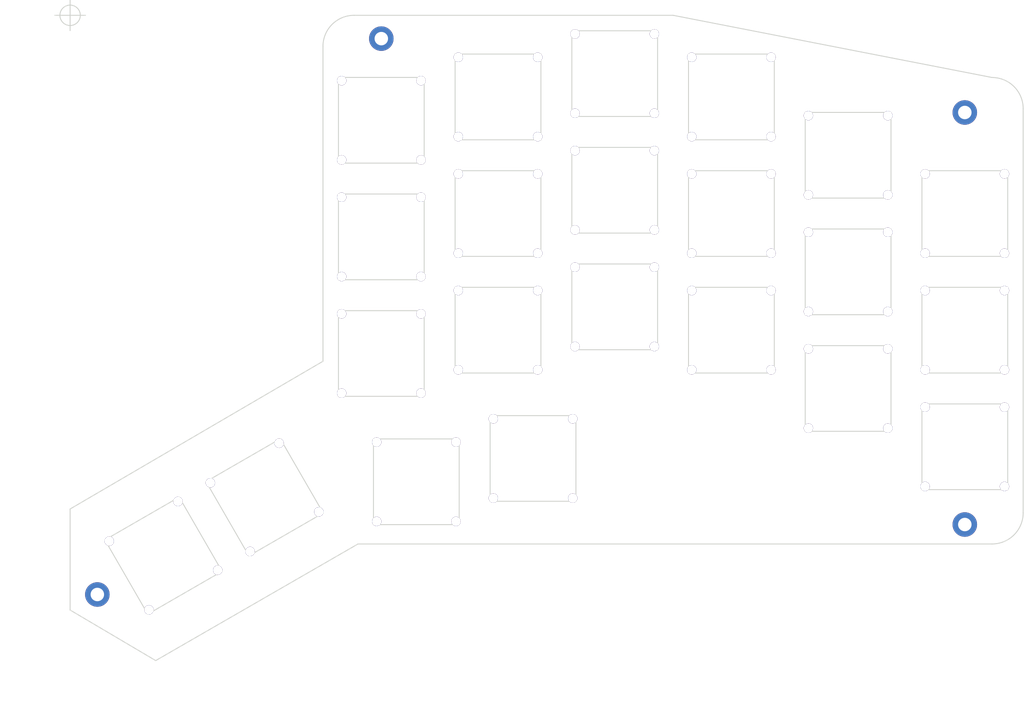
<source format=kicad_pcb>
(kicad_pcb (version 20171130) (host pcbnew 5.0.2-bee76a0~70~ubuntu18.04.1)

  (general
    (thickness 1.6)
    (drawings 15)
    (tracks 0)
    (zones 0)
    (modules 26)
    (nets 1)
  )

  (page A4)
  (layers
    (0 F.Cu signal)
    (31 B.Cu signal)
    (32 B.Adhes user)
    (33 F.Adhes user)
    (34 B.Paste user)
    (35 F.Paste user)
    (36 B.SilkS user)
    (37 F.SilkS user)
    (38 B.Mask user)
    (39 F.Mask user)
    (40 Dwgs.User user)
    (41 Cmts.User user)
    (42 Eco1.User user)
    (43 Eco2.User user)
    (44 Edge.Cuts user)
    (45 Margin user)
    (46 B.CrtYd user)
    (47 F.CrtYd user)
    (48 B.Fab user)
    (49 F.Fab user)
  )

  (setup
    (last_trace_width 0.25)
    (trace_clearance 0.2)
    (zone_clearance 0.508)
    (zone_45_only no)
    (trace_min 0.2)
    (segment_width 0.2)
    (edge_width 0.15)
    (via_size 0.8)
    (via_drill 0.4)
    (via_min_size 0.4)
    (via_min_drill 0.3)
    (uvia_size 0.3)
    (uvia_drill 0.1)
    (uvias_allowed no)
    (uvia_min_size 0.2)
    (uvia_min_drill 0.1)
    (pcb_text_width 0.3)
    (pcb_text_size 1.5 1.5)
    (mod_edge_width 0.15)
    (mod_text_size 1 1)
    (mod_text_width 0.15)
    (pad_size 4 4)
    (pad_drill 2.2)
    (pad_to_mask_clearance 0.051)
    (solder_mask_min_width 0.25)
    (aux_axis_origin 55.88 20.955)
    (grid_origin 55.88 20.955)
    (visible_elements FFFFF7FF)
    (pcbplotparams
      (layerselection 0x010fc_ffffffff)
      (usegerberextensions true)
      (usegerberattributes false)
      (usegerberadvancedattributes false)
      (creategerberjobfile false)
      (excludeedgelayer true)
      (linewidth 0.100000)
      (plotframeref false)
      (viasonmask false)
      (mode 1)
      (useauxorigin false)
      (hpglpennumber 1)
      (hpglpenspeed 20)
      (hpglpendiameter 15.000000)
      (psnegative false)
      (psa4output false)
      (plotreference true)
      (plotvalue true)
      (plotinvisibletext false)
      (padsonsilk false)
      (subtractmaskfromsilk false)
      (outputformat 1)
      (mirror false)
      (drillshape 0)
      (scaleselection 1)
      (outputdirectory "garber"))
  )

  (net 0 "")

  (net_class Default "これはデフォルトのネット クラスです。"
    (clearance 0.2)
    (trace_width 0.25)
    (via_dia 0.8)
    (via_drill 0.4)
    (uvia_dia 0.3)
    (uvia_drill 0.1)
  )

  (net_class POWER ""
    (clearance 0.2)
    (trace_width 0.4)
    (via_dia 0.8)
    (via_drill 0.4)
    (uvia_dia 0.3)
    (uvia_drill 0.1)
  )

  (module footprints:CherryMX_edge_cuts (layer F.Cu) (tedit 5D3889D4) (tstamp 5D38D239)
    (at 125.73 72.39 180)
    (path /5CED6AFE)
    (fp_text reference SW8 (at 7.1 8.2 180) (layer F.SilkS) hide
      (effects (font (size 1 1) (thickness 0.15)))
    )
    (fp_text value SW_PUSH (at -4.8 8.3 180) (layer F.Fab) hide
      (effects (font (size 1 1) (thickness 0.15)))
    )
    (fp_line (start 7 -7) (end 7 7) (layer Edge.Cuts) (width 0.15))
    (fp_line (start -7 -7) (end 7 -7) (layer Edge.Cuts) (width 0.15))
    (fp_line (start -7 7) (end 7 7) (layer Edge.Cuts) (width 0.15))
    (fp_line (start -7 -7) (end -7 7) (layer Edge.Cuts) (width 0.15))
    (fp_line (start -9.525 9.525) (end -9.525 -9.525) (layer Dwgs.User) (width 0.15))
    (fp_line (start 9.525 9.525) (end -9.525 9.525) (layer Dwgs.User) (width 0.15))
    (fp_line (start 9.525 -9.525) (end 9.525 9.525) (layer Dwgs.User) (width 0.15))
    (fp_line (start -9.525 -9.525) (end 9.525 -9.525) (layer Dwgs.User) (width 0.15))
    (pad "" np_thru_hole circle (at 6.477 -6.477 180) (size 1.524 1.524) (drill 1.5) (layers *.Cu *.Mask))
    (pad "" np_thru_hole circle (at -6.477 6.477 180) (size 1.524 1.524) (drill 1.5) (layers *.Cu *.Mask))
    (pad "" np_thru_hole circle (at 6.477 6.477 180) (size 1.524 1.524) (drill 1.5) (layers *.Cu *.Mask))
    (pad "" np_thru_hole circle (at -6.477 -6.477 180) (size 1.524 1.524) (drill 1.5) (layers *.Cu *.Mask))
  )

  (module footprints:CherryMX_edge_cuts (layer F.Cu) (tedit 5D3889D4) (tstamp 5CEED6CF)
    (at 71.12 109.22 120)
    (path /5CED66AF)
    (fp_text reference SW19 (at 7.1 8.2 120) (layer F.SilkS) hide
      (effects (font (size 1 1) (thickness 0.15)))
    )
    (fp_text value SW_PUSH (at -4.8 8.3 120) (layer F.Fab) hide
      (effects (font (size 1 1) (thickness 0.15)))
    )
    (fp_line (start 7 -7) (end 7 7) (layer Edge.Cuts) (width 0.15))
    (fp_line (start -7 -7) (end 7 -7) (layer Edge.Cuts) (width 0.15))
    (fp_line (start -7 7) (end 7 7) (layer Edge.Cuts) (width 0.15))
    (fp_line (start -7 -7) (end -7 7) (layer Edge.Cuts) (width 0.15))
    (fp_line (start -9.525 9.525) (end -9.525 -9.525) (layer Dwgs.User) (width 0.15))
    (fp_line (start 9.525 9.525) (end -9.525 9.525) (layer Dwgs.User) (width 0.15))
    (fp_line (start 9.525 -9.525) (end 9.525 9.525) (layer Dwgs.User) (width 0.15))
    (fp_line (start -9.525 -9.525) (end 9.525 -9.525) (layer Dwgs.User) (width 0.15))
    (pad "" np_thru_hole circle (at 6.477 -6.477 120) (size 1.524 1.524) (drill 1.5) (layers *.Cu *.Mask))
    (pad "" np_thru_hole circle (at -6.477 6.477 120) (size 1.524 1.524) (drill 1.5) (layers *.Cu *.Mask))
    (pad "" np_thru_hole circle (at 6.477 6.477 120) (size 1.524 1.524) (drill 1.5) (layers *.Cu *.Mask))
    (pad "" np_thru_hole circle (at -6.477 -6.477 120) (size 1.524 1.524) (drill 1.5) (layers *.Cu *.Mask))
  )

  (module footprints:CherryMX_edge_cuts (layer F.Cu) (tedit 5D3889D4) (tstamp 5CEED78A)
    (at 87.63 99.695 120)
    (path /5CED6B1A)
    (fp_text reference SW20 (at 7.1 8.2 120) (layer F.SilkS) hide
      (effects (font (size 1 1) (thickness 0.15)))
    )
    (fp_text value SW_PUSH (at -4.8 8.3 120) (layer F.Fab) hide
      (effects (font (size 1 1) (thickness 0.15)))
    )
    (fp_line (start 7 -7) (end 7 7) (layer Edge.Cuts) (width 0.15))
    (fp_line (start -7 -7) (end 7 -7) (layer Edge.Cuts) (width 0.15))
    (fp_line (start -7 7) (end 7 7) (layer Edge.Cuts) (width 0.15))
    (fp_line (start -7 -7) (end -7 7) (layer Edge.Cuts) (width 0.15))
    (fp_line (start -9.525 9.525) (end -9.525 -9.525) (layer Dwgs.User) (width 0.15))
    (fp_line (start 9.525 9.525) (end -9.525 9.525) (layer Dwgs.User) (width 0.15))
    (fp_line (start 9.525 -9.525) (end 9.525 9.525) (layer Dwgs.User) (width 0.15))
    (fp_line (start -9.525 -9.525) (end 9.525 -9.525) (layer Dwgs.User) (width 0.15))
    (pad "" np_thru_hole circle (at 6.477 -6.477 120) (size 1.524 1.524) (drill 1.5) (layers *.Cu *.Mask))
    (pad "" np_thru_hole circle (at -6.477 6.477 120) (size 1.524 1.524) (drill 1.5) (layers *.Cu *.Mask))
    (pad "" np_thru_hole circle (at 6.477 6.477 120) (size 1.524 1.524) (drill 1.5) (layers *.Cu *.Mask))
    (pad "" np_thru_hole circle (at -6.477 -6.477 120) (size 1.524 1.524) (drill 1.5) (layers *.Cu *.Mask))
  )

  (module footprints:CherryMX_edge_cuts (layer F.Cu) (tedit 5D3889D4) (tstamp 5CED9113)
    (at 163.83 72.39 180)
    (path /5CED7BE2)
    (fp_text reference SW16 (at 7.1 8.2 180) (layer F.SilkS) hide
      (effects (font (size 1 1) (thickness 0.15)))
    )
    (fp_text value SW_PUSH (at -4.8 8.3 180) (layer F.Fab) hide
      (effects (font (size 1 1) (thickness 0.15)))
    )
    (fp_line (start 7 -7) (end 7 7) (layer Edge.Cuts) (width 0.15))
    (fp_line (start -7 -7) (end 7 -7) (layer Edge.Cuts) (width 0.15))
    (fp_line (start -7 7) (end 7 7) (layer Edge.Cuts) (width 0.15))
    (fp_line (start -7 -7) (end -7 7) (layer Edge.Cuts) (width 0.15))
    (fp_line (start -9.525 9.525) (end -9.525 -9.525) (layer Dwgs.User) (width 0.15))
    (fp_line (start 9.525 9.525) (end -9.525 9.525) (layer Dwgs.User) (width 0.15))
    (fp_line (start 9.525 -9.525) (end 9.525 9.525) (layer Dwgs.User) (width 0.15))
    (fp_line (start -9.525 -9.525) (end 9.525 -9.525) (layer Dwgs.User) (width 0.15))
    (pad "" np_thru_hole circle (at 6.477 -6.477 180) (size 1.524 1.524) (drill 1.5) (layers *.Cu *.Mask))
    (pad "" np_thru_hole circle (at -6.477 6.477 180) (size 1.524 1.524) (drill 1.5) (layers *.Cu *.Mask))
    (pad "" np_thru_hole circle (at 6.477 6.477 180) (size 1.524 1.524) (drill 1.5) (layers *.Cu *.Mask))
    (pad "" np_thru_hole circle (at -6.477 -6.477 180) (size 1.524 1.524) (drill 1.5) (layers *.Cu *.Mask))
  )

  (module footprints:CherryMX_edge_cuts (layer F.Cu) (tedit 5D3889D4) (tstamp 5CED8EAB)
    (at 125.73 53.34 180)
    (path /5CED6AFE)
    (fp_text reference SW8 (at 7.1 8.2 180) (layer F.SilkS) hide
      (effects (font (size 1 1) (thickness 0.15)))
    )
    (fp_text value SW_PUSH (at -4.8 8.3 180) (layer F.Fab) hide
      (effects (font (size 1 1) (thickness 0.15)))
    )
    (fp_line (start 7 -7) (end 7 7) (layer Edge.Cuts) (width 0.15))
    (fp_line (start -7 -7) (end 7 -7) (layer Edge.Cuts) (width 0.15))
    (fp_line (start -7 7) (end 7 7) (layer Edge.Cuts) (width 0.15))
    (fp_line (start -7 -7) (end -7 7) (layer Edge.Cuts) (width 0.15))
    (fp_line (start -9.525 9.525) (end -9.525 -9.525) (layer Dwgs.User) (width 0.15))
    (fp_line (start 9.525 9.525) (end -9.525 9.525) (layer Dwgs.User) (width 0.15))
    (fp_line (start 9.525 -9.525) (end 9.525 9.525) (layer Dwgs.User) (width 0.15))
    (fp_line (start -9.525 -9.525) (end 9.525 -9.525) (layer Dwgs.User) (width 0.15))
    (pad "" np_thru_hole circle (at 6.477 -6.477 180) (size 1.524 1.524) (drill 1.5) (layers *.Cu *.Mask))
    (pad "" np_thru_hole circle (at -6.477 6.477 180) (size 1.524 1.524) (drill 1.5) (layers *.Cu *.Mask))
    (pad "" np_thru_hole circle (at 6.477 6.477 180) (size 1.524 1.524) (drill 1.5) (layers *.Cu *.Mask))
    (pad "" np_thru_hole circle (at -6.477 -6.477 180) (size 1.524 1.524) (drill 1.5) (layers *.Cu *.Mask))
  )

  (module footprints:CherryMX_edge_cuts (layer F.Cu) (tedit 5D3889D4) (tstamp 5CEED900)
    (at 131.445 93.345 180)
    (path /5CED7BF0)
    (fp_text reference SW22 (at 7.1 8.2 180) (layer F.SilkS) hide
      (effects (font (size 1 1) (thickness 0.15)))
    )
    (fp_text value SW_PUSH (at -4.8 8.3 180) (layer F.Fab) hide
      (effects (font (size 1 1) (thickness 0.15)))
    )
    (fp_line (start 7 -7) (end 7 7) (layer Edge.Cuts) (width 0.15))
    (fp_line (start -7 -7) (end 7 -7) (layer Edge.Cuts) (width 0.15))
    (fp_line (start -7 7) (end 7 7) (layer Edge.Cuts) (width 0.15))
    (fp_line (start -7 -7) (end -7 7) (layer Edge.Cuts) (width 0.15))
    (fp_line (start -9.525 9.525) (end -9.525 -9.525) (layer Dwgs.User) (width 0.15))
    (fp_line (start 9.525 9.525) (end -9.525 9.525) (layer Dwgs.User) (width 0.15))
    (fp_line (start 9.525 -9.525) (end 9.525 9.525) (layer Dwgs.User) (width 0.15))
    (fp_line (start -9.525 -9.525) (end 9.525 -9.525) (layer Dwgs.User) (width 0.15))
    (pad "" np_thru_hole circle (at 6.477 -6.477 180) (size 1.524 1.524) (drill 1.5) (layers *.Cu *.Mask))
    (pad "" np_thru_hole circle (at -6.477 6.477 180) (size 1.524 1.524) (drill 1.5) (layers *.Cu *.Mask))
    (pad "" np_thru_hole circle (at 6.477 6.477 180) (size 1.524 1.524) (drill 1.5) (layers *.Cu *.Mask))
    (pad "" np_thru_hole circle (at -6.477 -6.477 180) (size 1.524 1.524) (drill 1.5) (layers *.Cu *.Mask))
  )

  (module footprints:CherryMX_edge_cuts (layer F.Cu) (tedit 5D3889D4) (tstamp 5CEED845)
    (at 112.395 97.155 180)
    (path /5CED70D2)
    (fp_text reference SW21 (at 7.1 8.2 180) (layer F.SilkS) hide
      (effects (font (size 1 1) (thickness 0.15)))
    )
    (fp_text value SW_PUSH (at -4.8 8.3 180) (layer F.Fab) hide
      (effects (font (size 1 1) (thickness 0.15)))
    )
    (fp_line (start 7 -7) (end 7 7) (layer Edge.Cuts) (width 0.15))
    (fp_line (start -7 -7) (end 7 -7) (layer Edge.Cuts) (width 0.15))
    (fp_line (start -7 7) (end 7 7) (layer Edge.Cuts) (width 0.15))
    (fp_line (start -7 -7) (end -7 7) (layer Edge.Cuts) (width 0.15))
    (fp_line (start -9.525 9.525) (end -9.525 -9.525) (layer Dwgs.User) (width 0.15))
    (fp_line (start 9.525 9.525) (end -9.525 9.525) (layer Dwgs.User) (width 0.15))
    (fp_line (start 9.525 -9.525) (end 9.525 9.525) (layer Dwgs.User) (width 0.15))
    (fp_line (start -9.525 -9.525) (end 9.525 -9.525) (layer Dwgs.User) (width 0.15))
    (pad "" np_thru_hole circle (at 6.477 -6.477 180) (size 1.524 1.524) (drill 1.5) (layers *.Cu *.Mask))
    (pad "" np_thru_hole circle (at -6.477 6.477 180) (size 1.524 1.524) (drill 1.5) (layers *.Cu *.Mask))
    (pad "" np_thru_hole circle (at 6.477 6.477 180) (size 1.524 1.524) (drill 1.5) (layers *.Cu *.Mask))
    (pad "" np_thru_hole circle (at -6.477 -6.477 180) (size 1.524 1.524) (drill 1.5) (layers *.Cu *.Mask))
  )

  (module footprints:CherryMX_edge_cuts (layer F.Cu) (tedit 5D3889D4) (tstamp 5CED8C90)
    (at 106.68 38.1 180)
    (path /5CED6234)
    (fp_text reference SW1 (at 7.1 8.2 180) (layer F.SilkS) hide
      (effects (font (size 1 1) (thickness 0.15)))
    )
    (fp_text value SW_PUSH (at -4.8 8.3 180) (layer F.Fab) hide
      (effects (font (size 1 1) (thickness 0.15)))
    )
    (fp_line (start 7 -7) (end 7 7) (layer Edge.Cuts) (width 0.15))
    (fp_line (start -7 -7) (end 7 -7) (layer Edge.Cuts) (width 0.15))
    (fp_line (start -7 7) (end 7 7) (layer Edge.Cuts) (width 0.15))
    (fp_line (start -7 -7) (end -7 7) (layer Edge.Cuts) (width 0.15))
    (fp_line (start -9.525 9.525) (end -9.525 -9.525) (layer Dwgs.User) (width 0.15))
    (fp_line (start 9.525 9.525) (end -9.525 9.525) (layer Dwgs.User) (width 0.15))
    (fp_line (start 9.525 -9.525) (end 9.525 9.525) (layer Dwgs.User) (width 0.15))
    (fp_line (start -9.525 -9.525) (end 9.525 -9.525) (layer Dwgs.User) (width 0.15))
    (pad "" np_thru_hole circle (at 6.477 -6.477 180) (size 1.524 1.524) (drill 1.5) (layers *.Cu *.Mask))
    (pad "" np_thru_hole circle (at -6.477 6.477 180) (size 1.524 1.524) (drill 1.5) (layers *.Cu *.Mask))
    (pad "" np_thru_hole circle (at 6.477 6.477 180) (size 1.524 1.524) (drill 1.5) (layers *.Cu *.Mask))
    (pad "" np_thru_hole circle (at -6.477 -6.477 180) (size 1.524 1.524) (drill 1.5) (layers *.Cu *.Mask))
  )

  (module footprints:CherryMX_edge_cuts (layer F.Cu) (tedit 5D3889D4) (tstamp 5CED8CDD)
    (at 125.73 34.29 180)
    (path /5CED6AF0)
    (fp_text reference SW2 (at 7.1 8.2 180) (layer F.SilkS) hide
      (effects (font (size 1 1) (thickness 0.15)))
    )
    (fp_text value SW_PUSH (at -4.8 8.3 180) (layer F.Fab) hide
      (effects (font (size 1 1) (thickness 0.15)))
    )
    (fp_line (start 7 -7) (end 7 7) (layer Edge.Cuts) (width 0.15))
    (fp_line (start -7 -7) (end 7 -7) (layer Edge.Cuts) (width 0.15))
    (fp_line (start -7 7) (end 7 7) (layer Edge.Cuts) (width 0.15))
    (fp_line (start -7 -7) (end -7 7) (layer Edge.Cuts) (width 0.15))
    (fp_line (start -9.525 9.525) (end -9.525 -9.525) (layer Dwgs.User) (width 0.15))
    (fp_line (start 9.525 9.525) (end -9.525 9.525) (layer Dwgs.User) (width 0.15))
    (fp_line (start 9.525 -9.525) (end 9.525 9.525) (layer Dwgs.User) (width 0.15))
    (fp_line (start -9.525 -9.525) (end 9.525 -9.525) (layer Dwgs.User) (width 0.15))
    (pad "" np_thru_hole circle (at 6.477 -6.477 180) (size 1.524 1.524) (drill 1.5) (layers *.Cu *.Mask))
    (pad "" np_thru_hole circle (at -6.477 6.477 180) (size 1.524 1.524) (drill 1.5) (layers *.Cu *.Mask))
    (pad "" np_thru_hole circle (at 6.477 6.477 180) (size 1.524 1.524) (drill 1.5) (layers *.Cu *.Mask))
    (pad "" np_thru_hole circle (at -6.477 -6.477 180) (size 1.524 1.524) (drill 1.5) (layers *.Cu *.Mask))
  )

  (module footprints:CherryMX_edge_cuts (layer F.Cu) (tedit 5D3889D4) (tstamp 5CED8D2A)
    (at 144.78 30.48 180)
    (path /5CED70A8)
    (fp_text reference SW3 (at 7.1 8.2 180) (layer F.SilkS) hide
      (effects (font (size 1 1) (thickness 0.15)))
    )
    (fp_text value SW_PUSH (at -4.8 8.3 180) (layer F.Fab) hide
      (effects (font (size 1 1) (thickness 0.15)))
    )
    (fp_line (start 7 -7) (end 7 7) (layer Edge.Cuts) (width 0.15))
    (fp_line (start -7 -7) (end 7 -7) (layer Edge.Cuts) (width 0.15))
    (fp_line (start -7 7) (end 7 7) (layer Edge.Cuts) (width 0.15))
    (fp_line (start -7 -7) (end -7 7) (layer Edge.Cuts) (width 0.15))
    (fp_line (start -9.525 9.525) (end -9.525 -9.525) (layer Dwgs.User) (width 0.15))
    (fp_line (start 9.525 9.525) (end -9.525 9.525) (layer Dwgs.User) (width 0.15))
    (fp_line (start 9.525 -9.525) (end 9.525 9.525) (layer Dwgs.User) (width 0.15))
    (fp_line (start -9.525 -9.525) (end 9.525 -9.525) (layer Dwgs.User) (width 0.15))
    (pad "" np_thru_hole circle (at 6.477 -6.477 180) (size 1.524 1.524) (drill 1.5) (layers *.Cu *.Mask))
    (pad "" np_thru_hole circle (at -6.477 6.477 180) (size 1.524 1.524) (drill 1.5) (layers *.Cu *.Mask))
    (pad "" np_thru_hole circle (at 6.477 6.477 180) (size 1.524 1.524) (drill 1.5) (layers *.Cu *.Mask))
    (pad "" np_thru_hole circle (at -6.477 -6.477 180) (size 1.524 1.524) (drill 1.5) (layers *.Cu *.Mask))
  )

  (module footprints:CherryMX_edge_cuts (layer F.Cu) (tedit 5D3889D4) (tstamp 5CED8D77)
    (at 163.83 34.29 180)
    (path /5CED7BC6)
    (fp_text reference SW4 (at 7.1 8.2 180) (layer F.SilkS) hide
      (effects (font (size 1 1) (thickness 0.15)))
    )
    (fp_text value SW_PUSH (at -4.8 8.3 180) (layer F.Fab) hide
      (effects (font (size 1 1) (thickness 0.15)))
    )
    (fp_line (start 7 -7) (end 7 7) (layer Edge.Cuts) (width 0.15))
    (fp_line (start -7 -7) (end 7 -7) (layer Edge.Cuts) (width 0.15))
    (fp_line (start -7 7) (end 7 7) (layer Edge.Cuts) (width 0.15))
    (fp_line (start -7 -7) (end -7 7) (layer Edge.Cuts) (width 0.15))
    (fp_line (start -9.525 9.525) (end -9.525 -9.525) (layer Dwgs.User) (width 0.15))
    (fp_line (start 9.525 9.525) (end -9.525 9.525) (layer Dwgs.User) (width 0.15))
    (fp_line (start 9.525 -9.525) (end 9.525 9.525) (layer Dwgs.User) (width 0.15))
    (fp_line (start -9.525 -9.525) (end 9.525 -9.525) (layer Dwgs.User) (width 0.15))
    (pad "" np_thru_hole circle (at 6.477 -6.477 180) (size 1.524 1.524) (drill 1.5) (layers *.Cu *.Mask))
    (pad "" np_thru_hole circle (at -6.477 6.477 180) (size 1.524 1.524) (drill 1.5) (layers *.Cu *.Mask))
    (pad "" np_thru_hole circle (at 6.477 6.477 180) (size 1.524 1.524) (drill 1.5) (layers *.Cu *.Mask))
    (pad "" np_thru_hole circle (at -6.477 -6.477 180) (size 1.524 1.524) (drill 1.5) (layers *.Cu *.Mask))
  )

  (module footprints:CherryMX_edge_cuts (layer F.Cu) (tedit 5D3889D4) (tstamp 5CED8DC4)
    (at 182.88 43.815 180)
    (path /5CED7BFE)
    (fp_text reference SW5 (at 7.1 8.2 180) (layer F.SilkS) hide
      (effects (font (size 1 1) (thickness 0.15)))
    )
    (fp_text value SW_PUSH (at -4.8 8.3 180) (layer F.Fab) hide
      (effects (font (size 1 1) (thickness 0.15)))
    )
    (fp_line (start 7 -7) (end 7 7) (layer Edge.Cuts) (width 0.15))
    (fp_line (start -7 -7) (end 7 -7) (layer Edge.Cuts) (width 0.15))
    (fp_line (start -7 7) (end 7 7) (layer Edge.Cuts) (width 0.15))
    (fp_line (start -7 -7) (end -7 7) (layer Edge.Cuts) (width 0.15))
    (fp_line (start -9.525 9.525) (end -9.525 -9.525) (layer Dwgs.User) (width 0.15))
    (fp_line (start 9.525 9.525) (end -9.525 9.525) (layer Dwgs.User) (width 0.15))
    (fp_line (start 9.525 -9.525) (end 9.525 9.525) (layer Dwgs.User) (width 0.15))
    (fp_line (start -9.525 -9.525) (end 9.525 -9.525) (layer Dwgs.User) (width 0.15))
    (pad "" np_thru_hole circle (at 6.477 -6.477 180) (size 1.524 1.524) (drill 1.5) (layers *.Cu *.Mask))
    (pad "" np_thru_hole circle (at -6.477 6.477 180) (size 1.524 1.524) (drill 1.5) (layers *.Cu *.Mask))
    (pad "" np_thru_hole circle (at 6.477 6.477 180) (size 1.524 1.524) (drill 1.5) (layers *.Cu *.Mask))
    (pad "" np_thru_hole circle (at -6.477 -6.477 180) (size 1.524 1.524) (drill 1.5) (layers *.Cu *.Mask))
  )

  (module footprints:CherryMX_edge_cuts (layer F.Cu) (tedit 5D3889D4) (tstamp 5CED8E11)
    (at 201.93 53.34 180)
    (path /5CED7C36)
    (fp_text reference SW6 (at 7.1 8.2 180) (layer F.SilkS) hide
      (effects (font (size 1 1) (thickness 0.15)))
    )
    (fp_text value SW_PUSH (at -4.8 8.3 180) (layer F.Fab) hide
      (effects (font (size 1 1) (thickness 0.15)))
    )
    (fp_line (start 7 -7) (end 7 7) (layer Edge.Cuts) (width 0.15))
    (fp_line (start -7 -7) (end 7 -7) (layer Edge.Cuts) (width 0.15))
    (fp_line (start -7 7) (end 7 7) (layer Edge.Cuts) (width 0.15))
    (fp_line (start -7 -7) (end -7 7) (layer Edge.Cuts) (width 0.15))
    (fp_line (start -9.525 9.525) (end -9.525 -9.525) (layer Dwgs.User) (width 0.15))
    (fp_line (start 9.525 9.525) (end -9.525 9.525) (layer Dwgs.User) (width 0.15))
    (fp_line (start 9.525 -9.525) (end 9.525 9.525) (layer Dwgs.User) (width 0.15))
    (fp_line (start -9.525 -9.525) (end 9.525 -9.525) (layer Dwgs.User) (width 0.15))
    (pad "" np_thru_hole circle (at 6.477 -6.477 180) (size 1.524 1.524) (drill 1.5) (layers *.Cu *.Mask))
    (pad "" np_thru_hole circle (at -6.477 6.477 180) (size 1.524 1.524) (drill 1.5) (layers *.Cu *.Mask))
    (pad "" np_thru_hole circle (at 6.477 6.477 180) (size 1.524 1.524) (drill 1.5) (layers *.Cu *.Mask))
    (pad "" np_thru_hole circle (at -6.477 -6.477 180) (size 1.524 1.524) (drill 1.5) (layers *.Cu *.Mask))
  )

  (module footprints:CherryMX_edge_cuts (layer F.Cu) (tedit 5D3889D4) (tstamp 5CED8E5E)
    (at 106.68 57.15 180)
    (path /5CED63E7)
    (fp_text reference SW7 (at 7.1 8.2 180) (layer F.SilkS) hide
      (effects (font (size 1 1) (thickness 0.15)))
    )
    (fp_text value SW_PUSH (at -4.8 8.3 180) (layer F.Fab) hide
      (effects (font (size 1 1) (thickness 0.15)))
    )
    (fp_line (start 7 -7) (end 7 7) (layer Edge.Cuts) (width 0.15))
    (fp_line (start -7 -7) (end 7 -7) (layer Edge.Cuts) (width 0.15))
    (fp_line (start -7 7) (end 7 7) (layer Edge.Cuts) (width 0.15))
    (fp_line (start -7 -7) (end -7 7) (layer Edge.Cuts) (width 0.15))
    (fp_line (start -9.525 9.525) (end -9.525 -9.525) (layer Dwgs.User) (width 0.15))
    (fp_line (start 9.525 9.525) (end -9.525 9.525) (layer Dwgs.User) (width 0.15))
    (fp_line (start 9.525 -9.525) (end 9.525 9.525) (layer Dwgs.User) (width 0.15))
    (fp_line (start -9.525 -9.525) (end 9.525 -9.525) (layer Dwgs.User) (width 0.15))
    (pad "" np_thru_hole circle (at 6.477 -6.477 180) (size 1.524 1.524) (drill 1.5) (layers *.Cu *.Mask))
    (pad "" np_thru_hole circle (at -6.477 6.477 180) (size 1.524 1.524) (drill 1.5) (layers *.Cu *.Mask))
    (pad "" np_thru_hole circle (at 6.477 6.477 180) (size 1.524 1.524) (drill 1.5) (layers *.Cu *.Mask))
    (pad "" np_thru_hole circle (at -6.477 -6.477 180) (size 1.524 1.524) (drill 1.5) (layers *.Cu *.Mask))
  )

  (module footprints:CherryMX_edge_cuts (layer F.Cu) (tedit 5D3889D4) (tstamp 5CED8EF8)
    (at 144.78 49.53 180)
    (path /5CED70B6)
    (fp_text reference SW9 (at 7.1 8.2 180) (layer F.SilkS) hide
      (effects (font (size 1 1) (thickness 0.15)))
    )
    (fp_text value SW_PUSH (at -4.8 8.3 180) (layer F.Fab) hide
      (effects (font (size 1 1) (thickness 0.15)))
    )
    (fp_line (start 7 -7) (end 7 7) (layer Edge.Cuts) (width 0.15))
    (fp_line (start -7 -7) (end 7 -7) (layer Edge.Cuts) (width 0.15))
    (fp_line (start -7 7) (end 7 7) (layer Edge.Cuts) (width 0.15))
    (fp_line (start -7 -7) (end -7 7) (layer Edge.Cuts) (width 0.15))
    (fp_line (start -9.525 9.525) (end -9.525 -9.525) (layer Dwgs.User) (width 0.15))
    (fp_line (start 9.525 9.525) (end -9.525 9.525) (layer Dwgs.User) (width 0.15))
    (fp_line (start 9.525 -9.525) (end 9.525 9.525) (layer Dwgs.User) (width 0.15))
    (fp_line (start -9.525 -9.525) (end 9.525 -9.525) (layer Dwgs.User) (width 0.15))
    (pad "" np_thru_hole circle (at 6.477 -6.477 180) (size 1.524 1.524) (drill 1.5) (layers *.Cu *.Mask))
    (pad "" np_thru_hole circle (at -6.477 6.477 180) (size 1.524 1.524) (drill 1.5) (layers *.Cu *.Mask))
    (pad "" np_thru_hole circle (at 6.477 6.477 180) (size 1.524 1.524) (drill 1.5) (layers *.Cu *.Mask))
    (pad "" np_thru_hole circle (at -6.477 -6.477 180) (size 1.524 1.524) (drill 1.5) (layers *.Cu *.Mask))
  )

  (module footprints:CherryMX_edge_cuts (layer F.Cu) (tedit 5D3889D4) (tstamp 5CED8F45)
    (at 163.83 53.34 180)
    (path /5CED7BD4)
    (fp_text reference SW10 (at 7.1 8.2 180) (layer F.SilkS) hide
      (effects (font (size 1 1) (thickness 0.15)))
    )
    (fp_text value SW_PUSH (at -4.8 8.3 180) (layer F.Fab) hide
      (effects (font (size 1 1) (thickness 0.15)))
    )
    (fp_line (start 7 -7) (end 7 7) (layer Edge.Cuts) (width 0.15))
    (fp_line (start -7 -7) (end 7 -7) (layer Edge.Cuts) (width 0.15))
    (fp_line (start -7 7) (end 7 7) (layer Edge.Cuts) (width 0.15))
    (fp_line (start -7 -7) (end -7 7) (layer Edge.Cuts) (width 0.15))
    (fp_line (start -9.525 9.525) (end -9.525 -9.525) (layer Dwgs.User) (width 0.15))
    (fp_line (start 9.525 9.525) (end -9.525 9.525) (layer Dwgs.User) (width 0.15))
    (fp_line (start 9.525 -9.525) (end 9.525 9.525) (layer Dwgs.User) (width 0.15))
    (fp_line (start -9.525 -9.525) (end 9.525 -9.525) (layer Dwgs.User) (width 0.15))
    (pad "" np_thru_hole circle (at 6.477 -6.477 180) (size 1.524 1.524) (drill 1.5) (layers *.Cu *.Mask))
    (pad "" np_thru_hole circle (at -6.477 6.477 180) (size 1.524 1.524) (drill 1.5) (layers *.Cu *.Mask))
    (pad "" np_thru_hole circle (at 6.477 6.477 180) (size 1.524 1.524) (drill 1.5) (layers *.Cu *.Mask))
    (pad "" np_thru_hole circle (at -6.477 -6.477 180) (size 1.524 1.524) (drill 1.5) (layers *.Cu *.Mask))
  )

  (module footprints:CherryMX_edge_cuts (layer F.Cu) (tedit 5D3889D4) (tstamp 5CED8F92)
    (at 182.88 62.865 180)
    (path /5CED7C0C)
    (fp_text reference SW11 (at 7.1 8.2 180) (layer F.SilkS) hide
      (effects (font (size 1 1) (thickness 0.15)))
    )
    (fp_text value SW_PUSH (at -4.8 8.3 180) (layer F.Fab) hide
      (effects (font (size 1 1) (thickness 0.15)))
    )
    (fp_line (start 7 -7) (end 7 7) (layer Edge.Cuts) (width 0.15))
    (fp_line (start -7 -7) (end 7 -7) (layer Edge.Cuts) (width 0.15))
    (fp_line (start -7 7) (end 7 7) (layer Edge.Cuts) (width 0.15))
    (fp_line (start -7 -7) (end -7 7) (layer Edge.Cuts) (width 0.15))
    (fp_line (start -9.525 9.525) (end -9.525 -9.525) (layer Dwgs.User) (width 0.15))
    (fp_line (start 9.525 9.525) (end -9.525 9.525) (layer Dwgs.User) (width 0.15))
    (fp_line (start 9.525 -9.525) (end 9.525 9.525) (layer Dwgs.User) (width 0.15))
    (fp_line (start -9.525 -9.525) (end 9.525 -9.525) (layer Dwgs.User) (width 0.15))
    (pad "" np_thru_hole circle (at 6.477 -6.477 180) (size 1.524 1.524) (drill 1.5) (layers *.Cu *.Mask))
    (pad "" np_thru_hole circle (at -6.477 6.477 180) (size 1.524 1.524) (drill 1.5) (layers *.Cu *.Mask))
    (pad "" np_thru_hole circle (at 6.477 6.477 180) (size 1.524 1.524) (drill 1.5) (layers *.Cu *.Mask))
    (pad "" np_thru_hole circle (at -6.477 -6.477 180) (size 1.524 1.524) (drill 1.5) (layers *.Cu *.Mask))
  )

  (module footprints:CherryMX_edge_cuts (layer F.Cu) (tedit 5D3889D4) (tstamp 5CED8FDF)
    (at 201.93 72.39 180)
    (path /5CED7C44)
    (fp_text reference SW12 (at 7.1 8.2 180) (layer F.SilkS) hide
      (effects (font (size 1 1) (thickness 0.15)))
    )
    (fp_text value SW_PUSH (at -4.8 8.3 180) (layer F.Fab) hide
      (effects (font (size 1 1) (thickness 0.15)))
    )
    (fp_line (start 7 -7) (end 7 7) (layer Edge.Cuts) (width 0.15))
    (fp_line (start -7 -7) (end 7 -7) (layer Edge.Cuts) (width 0.15))
    (fp_line (start -7 7) (end 7 7) (layer Edge.Cuts) (width 0.15))
    (fp_line (start -7 -7) (end -7 7) (layer Edge.Cuts) (width 0.15))
    (fp_line (start -9.525 9.525) (end -9.525 -9.525) (layer Dwgs.User) (width 0.15))
    (fp_line (start 9.525 9.525) (end -9.525 9.525) (layer Dwgs.User) (width 0.15))
    (fp_line (start 9.525 -9.525) (end 9.525 9.525) (layer Dwgs.User) (width 0.15))
    (fp_line (start -9.525 -9.525) (end 9.525 -9.525) (layer Dwgs.User) (width 0.15))
    (pad "" np_thru_hole circle (at 6.477 -6.477 180) (size 1.524 1.524) (drill 1.5) (layers *.Cu *.Mask))
    (pad "" np_thru_hole circle (at -6.477 6.477 180) (size 1.524 1.524) (drill 1.5) (layers *.Cu *.Mask))
    (pad "" np_thru_hole circle (at 6.477 6.477 180) (size 1.524 1.524) (drill 1.5) (layers *.Cu *.Mask))
    (pad "" np_thru_hole circle (at -6.477 -6.477 180) (size 1.524 1.524) (drill 1.5) (layers *.Cu *.Mask))
  )

  (module footprints:CherryMX_edge_cuts (layer F.Cu) (tedit 5D3889D4) (tstamp 5CED902C)
    (at 106.68 76.2 180)
    (path /5CED6479)
    (fp_text reference SW13 (at 7.1 8.2 180) (layer F.SilkS) hide
      (effects (font (size 1 1) (thickness 0.15)))
    )
    (fp_text value SW_PUSH (at -4.8 8.3 180) (layer F.Fab) hide
      (effects (font (size 1 1) (thickness 0.15)))
    )
    (fp_line (start 7 -7) (end 7 7) (layer Edge.Cuts) (width 0.15))
    (fp_line (start -7 -7) (end 7 -7) (layer Edge.Cuts) (width 0.15))
    (fp_line (start -7 7) (end 7 7) (layer Edge.Cuts) (width 0.15))
    (fp_line (start -7 -7) (end -7 7) (layer Edge.Cuts) (width 0.15))
    (fp_line (start -9.525 9.525) (end -9.525 -9.525) (layer Dwgs.User) (width 0.15))
    (fp_line (start 9.525 9.525) (end -9.525 9.525) (layer Dwgs.User) (width 0.15))
    (fp_line (start 9.525 -9.525) (end 9.525 9.525) (layer Dwgs.User) (width 0.15))
    (fp_line (start -9.525 -9.525) (end 9.525 -9.525) (layer Dwgs.User) (width 0.15))
    (pad "" np_thru_hole circle (at 6.477 -6.477 180) (size 1.524 1.524) (drill 1.5) (layers *.Cu *.Mask))
    (pad "" np_thru_hole circle (at -6.477 6.477 180) (size 1.524 1.524) (drill 1.5) (layers *.Cu *.Mask))
    (pad "" np_thru_hole circle (at 6.477 6.477 180) (size 1.524 1.524) (drill 1.5) (layers *.Cu *.Mask))
    (pad "" np_thru_hole circle (at -6.477 -6.477 180) (size 1.524 1.524) (drill 1.5) (layers *.Cu *.Mask))
  )

  (module footprints:CherryMX_edge_cuts (layer F.Cu) (tedit 5D3889D4) (tstamp 5CED90C6)
    (at 144.78 68.58 180)
    (path /5CED70C4)
    (fp_text reference SW15 (at 7.1 8.2 180) (layer F.SilkS) hide
      (effects (font (size 1 1) (thickness 0.15)))
    )
    (fp_text value SW_PUSH (at -4.8 8.3 180) (layer F.Fab) hide
      (effects (font (size 1 1) (thickness 0.15)))
    )
    (fp_line (start 7 -7) (end 7 7) (layer Edge.Cuts) (width 0.15))
    (fp_line (start -7 -7) (end 7 -7) (layer Edge.Cuts) (width 0.15))
    (fp_line (start -7 7) (end 7 7) (layer Edge.Cuts) (width 0.15))
    (fp_line (start -7 -7) (end -7 7) (layer Edge.Cuts) (width 0.15))
    (fp_line (start -9.525 9.525) (end -9.525 -9.525) (layer Dwgs.User) (width 0.15))
    (fp_line (start 9.525 9.525) (end -9.525 9.525) (layer Dwgs.User) (width 0.15))
    (fp_line (start 9.525 -9.525) (end 9.525 9.525) (layer Dwgs.User) (width 0.15))
    (fp_line (start -9.525 -9.525) (end 9.525 -9.525) (layer Dwgs.User) (width 0.15))
    (pad "" np_thru_hole circle (at 6.477 -6.477 180) (size 1.524 1.524) (drill 1.5) (layers *.Cu *.Mask))
    (pad "" np_thru_hole circle (at -6.477 6.477 180) (size 1.524 1.524) (drill 1.5) (layers *.Cu *.Mask))
    (pad "" np_thru_hole circle (at 6.477 6.477 180) (size 1.524 1.524) (drill 1.5) (layers *.Cu *.Mask))
    (pad "" np_thru_hole circle (at -6.477 -6.477 180) (size 1.524 1.524) (drill 1.5) (layers *.Cu *.Mask))
  )

  (module footprints:CherryMX_edge_cuts (layer F.Cu) (tedit 5D3889D4) (tstamp 5CED9160)
    (at 182.88 81.915 180)
    (path /5CED7C1A)
    (fp_text reference SW17 (at 7.1 8.2 180) (layer F.SilkS) hide
      (effects (font (size 1 1) (thickness 0.15)))
    )
    (fp_text value SW_PUSH (at -4.8 8.3 180) (layer F.Fab) hide
      (effects (font (size 1 1) (thickness 0.15)))
    )
    (fp_line (start 7 -7) (end 7 7) (layer Edge.Cuts) (width 0.15))
    (fp_line (start -7 -7) (end 7 -7) (layer Edge.Cuts) (width 0.15))
    (fp_line (start -7 7) (end 7 7) (layer Edge.Cuts) (width 0.15))
    (fp_line (start -7 -7) (end -7 7) (layer Edge.Cuts) (width 0.15))
    (fp_line (start -9.525 9.525) (end -9.525 -9.525) (layer Dwgs.User) (width 0.15))
    (fp_line (start 9.525 9.525) (end -9.525 9.525) (layer Dwgs.User) (width 0.15))
    (fp_line (start 9.525 -9.525) (end 9.525 9.525) (layer Dwgs.User) (width 0.15))
    (fp_line (start -9.525 -9.525) (end 9.525 -9.525) (layer Dwgs.User) (width 0.15))
    (pad "" np_thru_hole circle (at 6.477 -6.477 180) (size 1.524 1.524) (drill 1.5) (layers *.Cu *.Mask))
    (pad "" np_thru_hole circle (at -6.477 6.477 180) (size 1.524 1.524) (drill 1.5) (layers *.Cu *.Mask))
    (pad "" np_thru_hole circle (at 6.477 6.477 180) (size 1.524 1.524) (drill 1.5) (layers *.Cu *.Mask))
    (pad "" np_thru_hole circle (at -6.477 -6.477 180) (size 1.524 1.524) (drill 1.5) (layers *.Cu *.Mask))
  )

  (module footprints:CherryMX_edge_cuts (layer F.Cu) (tedit 5D3889D4) (tstamp 5CED91AD)
    (at 201.93 91.44 180)
    (path /5CED7C52)
    (fp_text reference SW18 (at 7.1 8.2 180) (layer F.SilkS) hide
      (effects (font (size 1 1) (thickness 0.15)))
    )
    (fp_text value SW_PUSH (at -4.8 8.3 180) (layer F.Fab) hide
      (effects (font (size 1 1) (thickness 0.15)))
    )
    (fp_line (start 7 -7) (end 7 7) (layer Edge.Cuts) (width 0.15))
    (fp_line (start -7 -7) (end 7 -7) (layer Edge.Cuts) (width 0.15))
    (fp_line (start -7 7) (end 7 7) (layer Edge.Cuts) (width 0.15))
    (fp_line (start -7 -7) (end -7 7) (layer Edge.Cuts) (width 0.15))
    (fp_line (start -9.525 9.525) (end -9.525 -9.525) (layer Dwgs.User) (width 0.15))
    (fp_line (start 9.525 9.525) (end -9.525 9.525) (layer Dwgs.User) (width 0.15))
    (fp_line (start 9.525 -9.525) (end 9.525 9.525) (layer Dwgs.User) (width 0.15))
    (fp_line (start -9.525 -9.525) (end 9.525 -9.525) (layer Dwgs.User) (width 0.15))
    (pad "" np_thru_hole circle (at 6.477 -6.477 180) (size 1.524 1.524) (drill 1.5) (layers *.Cu *.Mask))
    (pad "" np_thru_hole circle (at -6.477 6.477 180) (size 1.524 1.524) (drill 1.5) (layers *.Cu *.Mask))
    (pad "" np_thru_hole circle (at 6.477 6.477 180) (size 1.524 1.524) (drill 1.5) (layers *.Cu *.Mask))
    (pad "" np_thru_hole circle (at -6.477 -6.477 180) (size 1.524 1.524) (drill 1.5) (layers *.Cu *.Mask))
  )

  (module kbd:HOLE (layer F.Cu) (tedit 5D3887D0) (tstamp 5CEEC9B6)
    (at 106.68 24.765)
    (descr "Mounting Hole 2.2mm, no annular, M2")
    (tags "mounting hole 2.2mm no annular m2")
    (attr virtual)
    (fp_text reference Ref1 (at 0 -3.2) (layer F.Fab)
      (effects (font (size 1 1) (thickness 0.15)))
    )
    (fp_text value Val** (at 0 3.2) (layer F.Fab)
      (effects (font (size 1 1) (thickness 0.15)))
    )
    (fp_text user %R (at 0.3 0) (layer F.Fab)
      (effects (font (size 1 1) (thickness 0.15)))
    )
    (fp_circle (center 0 0) (end 2.2 0) (layer Cmts.User) (width 0.15))
    (fp_circle (center 0 0) (end 2.45 0) (layer F.CrtYd) (width 0.05))
    (pad "" np_thru_hole circle (at 0 0) (size 4 4) (drill 2.2) (layers *.Cu *.Mask))
  )

  (module kbd:HOLE (layer F.Cu) (tedit 5D3887BF) (tstamp 5CEEC9B6)
    (at 60.325 115.57)
    (descr "Mounting Hole 2.2mm, no annular, M2")
    (tags "mounting hole 2.2mm no annular m2")
    (attr virtual)
    (fp_text reference Ref3 (at 0 -3.2) (layer F.Fab)
      (effects (font (size 1 1) (thickness 0.15)))
    )
    (fp_text value Val** (at 0 3.2) (layer F.Fab)
      (effects (font (size 1 1) (thickness 0.15)))
    )
    (fp_text user %R (at 0.3 0) (layer F.Fab)
      (effects (font (size 1 1) (thickness 0.15)))
    )
    (fp_circle (center 0 0) (end 2.2 0) (layer Cmts.User) (width 0.15))
    (fp_circle (center 0 0) (end 2.45 0) (layer F.CrtYd) (width 0.05))
    (pad "" np_thru_hole circle (at 0 0) (size 4 4) (drill 2.2) (layers *.Cu *.Mask))
  )

  (module kbd:HOLE (layer F.Cu) (tedit 5D3887C6) (tstamp 5CEEC9B6)
    (at 201.93 104.14)
    (descr "Mounting Hole 2.2mm, no annular, M2")
    (tags "mounting hole 2.2mm no annular m2")
    (attr virtual)
    (fp_text reference Ref5 (at 0 -3.2) (layer F.Fab)
      (effects (font (size 1 1) (thickness 0.15)))
    )
    (fp_text value Val** (at 0 3.2) (layer F.Fab)
      (effects (font (size 1 1) (thickness 0.15)))
    )
    (fp_text user %R (at 0.3 0) (layer F.Fab)
      (effects (font (size 1 1) (thickness 0.15)))
    )
    (fp_circle (center 0 0) (end 2.2 0) (layer Cmts.User) (width 0.15))
    (fp_circle (center 0 0) (end 2.45 0) (layer F.CrtYd) (width 0.05))
    (pad "" np_thru_hole circle (at 0 0) (size 4 4) (drill 2.2) (layers *.Cu *.Mask))
  )

  (module kbd:HOLE (layer F.Cu) (tedit 5D3887CB) (tstamp 5CEEBC53)
    (at 201.93 36.83)
    (descr "Mounting Hole 2.2mm, no annular, M2")
    (tags "mounting hole 2.2mm no annular m2")
    (attr virtual)
    (fp_text reference Ref2 (at 0 -3.2) (layer F.Fab)
      (effects (font (size 1 1) (thickness 0.15)))
    )
    (fp_text value Val** (at 0 3.2) (layer F.Fab)
      (effects (font (size 1 1) (thickness 0.15)))
    )
    (fp_circle (center 0 0) (end 2.45 0) (layer F.CrtYd) (width 0.05))
    (fp_circle (center 0 0) (end 2.2 0) (layer Cmts.User) (width 0.15))
    (fp_text user %R (at 0.3 0) (layer F.Fab)
      (effects (font (size 1 1) (thickness 0.15)))
    )
    (pad "" np_thru_hole circle (at 0 0) (size 4 4) (drill 2.2) (layers *.Cu *.Mask))
  )

  (gr_arc (start 102.235 26.035) (end 102.235 20.955) (angle -90) (layer Edge.Cuts) (width 0.15))
  (gr_line (start 97.155 77.47) (end 97.155 26.035) (layer Edge.Cuts) (width 0.15) (tstamp 5D389ED3))
  (gr_line (start 55.88 101.6) (end 97.155 77.47) (layer Edge.Cuts) (width 0.15) (tstamp 5D389ED3))
  (target plus (at 55.88 20.955) (size 5) (width 0.15) (layer Edge.Cuts))
  (gr_line (start 69.85 126.365) (end 55.88 118.11) (layer Edge.Cuts) (width 0.15) (tstamp 5D2E91DF))
  (dimension 155.575 (width 0.3) (layer Dwgs.User)
    (gr_text "155.575 mm" (at 133.6675 134.815) (layer Dwgs.User)
      (effects (font (size 1.5 1.5) (thickness 0.3)))
    )
    (feature1 (pts (xy 211.455 116.84) (xy 211.455 133.301421)))
    (feature2 (pts (xy 55.88 116.84) (xy 55.88 133.301421)))
    (crossbar (pts (xy 55.88 132.715) (xy 211.455 132.715)))
    (arrow1a (pts (xy 211.455 132.715) (xy 210.328496 133.301421)))
    (arrow1b (pts (xy 211.455 132.715) (xy 210.328496 132.128579)))
    (arrow2a (pts (xy 55.88 132.715) (xy 57.006504 133.301421)))
    (arrow2b (pts (xy 55.88 132.715) (xy 57.006504 132.128579)))
  )
  (gr_arc (start 206.375 36.195) (end 211.455 36.195) (angle -90) (layer Edge.Cuts) (width 0.15))
  (gr_arc (start 206.375 102.235) (end 206.375 107.315) (angle -90) (layer Edge.Cuts) (width 0.15))
  (dimension 105.41 (width 0.3) (layer Dwgs.User)
    (gr_text "105.410 mm" (at 49.97 73.66 270) (layer Dwgs.User)
      (effects (font (size 1.5 1.5) (thickness 0.3)))
    )
    (feature1 (pts (xy 69.85 126.365) (xy 51.483579 126.365)))
    (feature2 (pts (xy 69.85 20.955) (xy 51.483579 20.955)))
    (crossbar (pts (xy 52.07 20.955) (xy 52.07 126.365)))
    (arrow1a (pts (xy 52.07 126.365) (xy 51.483579 125.238496)))
    (arrow1b (pts (xy 52.07 126.365) (xy 52.656421 125.238496)))
    (arrow2a (pts (xy 52.07 20.955) (xy 51.483579 22.081504)))
    (arrow2b (pts (xy 52.07 20.955) (xy 52.656421 22.081504)))
  )
  (gr_line (start 55.88 118.11) (end 55.88 101.6) (layer Edge.Cuts) (width 0.15))
  (gr_line (start 102.87 107.315) (end 69.85 126.365) (layer Edge.Cuts) (width 0.15))
  (gr_line (start 206.375 107.315) (end 102.87 107.315) (layer Edge.Cuts) (width 0.15))
  (gr_line (start 211.455 36.195) (end 211.455 102.235) (layer Edge.Cuts) (width 0.15))
  (gr_line (start 154.305 20.955) (end 206.375 31.115) (layer Edge.Cuts) (width 0.15))
  (gr_line (start 102.235 20.955) (end 154.305 20.955) (layer Edge.Cuts) (width 0.15))

)

</source>
